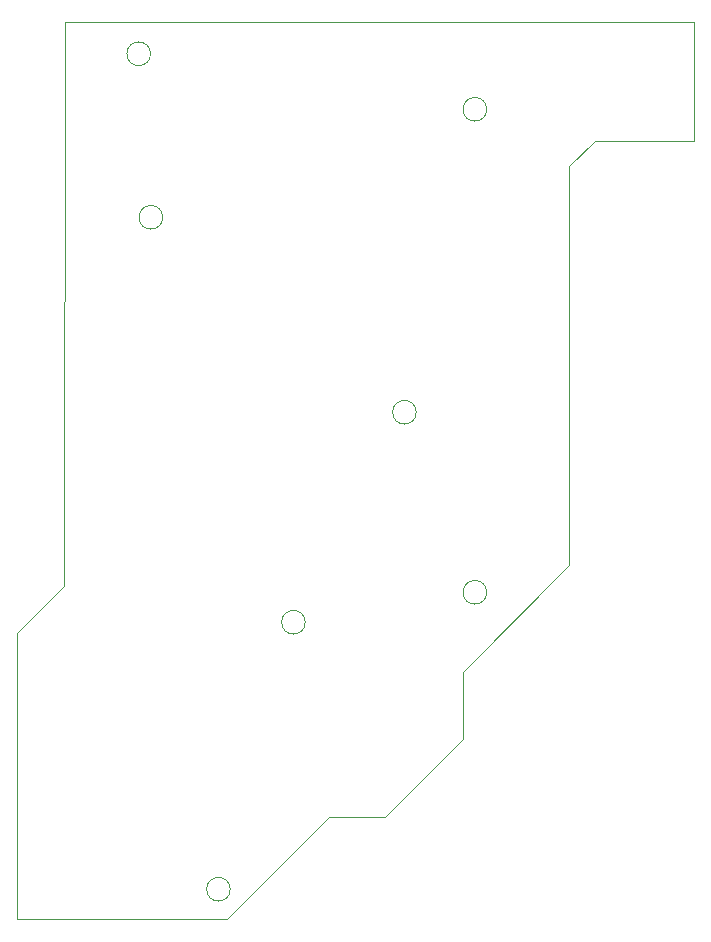
<source format=gm1>
%TF.GenerationSoftware,KiCad,Pcbnew,7.0.2-0*%
%TF.CreationDate,2025-01-26T18:28:18-07:00*%
%TF.ProjectId,RightMB,52696768-744d-4422-9e6b-696361645f70,rev?*%
%TF.SameCoordinates,Original*%
%TF.FileFunction,Profile,NP*%
%FSLAX46Y46*%
G04 Gerber Fmt 4.6, Leading zero omitted, Abs format (unit mm)*
G04 Created by KiCad (PCBNEW 7.0.2-0) date 2025-01-26 18:28:18*
%MOMM*%
%LPD*%
G01*
G04 APERTURE LIST*
%TA.AperFunction,Profile*%
%ADD10C,0.050000*%
%TD*%
G04 APERTURE END LIST*
D10*
X207391000Y-107442000D02*
X207518000Y-59690000D01*
X203454000Y-111379000D02*
X207391000Y-107442000D01*
X237236000Y-92710000D02*
G75*
G03*
X237236000Y-92710000I-1000000J0D01*
G01*
X227838000Y-110490000D02*
G75*
G03*
X227838000Y-110490000I-1000000J0D01*
G01*
X203454000Y-135636000D02*
X203454000Y-111379000D01*
X250190000Y-71882000D02*
X252349000Y-69723000D01*
X203454000Y-135636000D02*
X221234000Y-135636000D01*
X215773000Y-76200000D02*
G75*
G03*
X215773000Y-76200000I-1000000J0D01*
G01*
X250190000Y-105664000D02*
X241173000Y-114681000D01*
X229870000Y-127000000D02*
X221234000Y-135636000D01*
X207518000Y-59690000D02*
X260731000Y-59690000D01*
X260731000Y-59690000D02*
X260731000Y-69723000D01*
X214741000Y-62357000D02*
G75*
G03*
X214741000Y-62357000I-1000000J0D01*
G01*
X243205000Y-107950000D02*
G75*
G03*
X243205000Y-107950000I-1000000J0D01*
G01*
X241173000Y-114681000D02*
X241173000Y-120396000D01*
X260731000Y-69723000D02*
X252349000Y-69723000D01*
X234569000Y-127000000D02*
X229870000Y-127000000D01*
X221488000Y-133096000D02*
G75*
G03*
X221488000Y-133096000I-1000000J0D01*
G01*
X241173000Y-120396000D02*
X234569000Y-127000000D01*
X243205000Y-67056000D02*
G75*
G03*
X243205000Y-67056000I-1000000J0D01*
G01*
X250190000Y-71882000D02*
X250190000Y-105664000D01*
M02*

</source>
